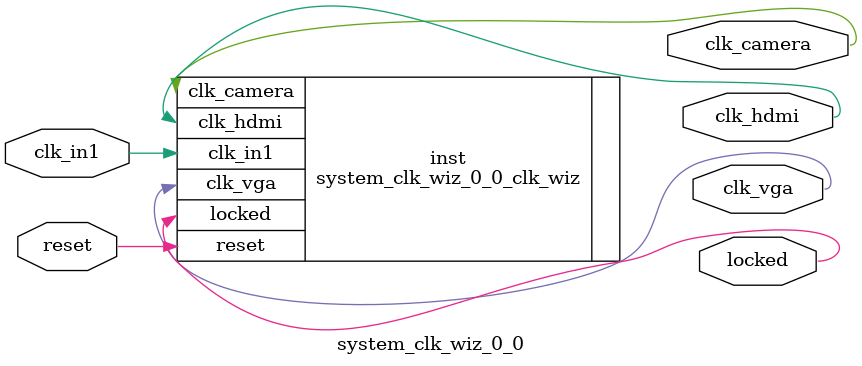
<source format=v>


`timescale 1ps/1ps

(* CORE_GENERATION_INFO = "system_clk_wiz_0_0,clk_wiz_v6_0_6_0_0,{component_name=system_clk_wiz_0_0,use_phase_alignment=true,use_min_o_jitter=false,use_max_i_jitter=false,use_dyn_phase_shift=false,use_inclk_switchover=false,use_dyn_reconfig=false,enable_axi=0,feedback_source=FDBK_AUTO,PRIMITIVE=MMCM,num_out_clk=3,clkin1_period=10.000,clkin2_period=10.000,use_power_down=false,use_reset=true,use_locked=true,use_inclk_stopped=false,feedback_type=SINGLE,CLOCK_MGR_TYPE=NA,manual_override=false}" *)

module system_clk_wiz_0_0 
 (
  // Clock out ports
  output        clk_vga,
  output        clk_camera,
  output        clk_hdmi,
  // Status and control signals
  input         reset,
  output        locked,
 // Clock in ports
  input         clk_in1
 );

  system_clk_wiz_0_0_clk_wiz inst
  (
  // Clock out ports  
  .clk_vga(clk_vga),
  .clk_camera(clk_camera),
  .clk_hdmi(clk_hdmi),
  // Status and control signals               
  .reset(reset), 
  .locked(locked),
 // Clock in ports
  .clk_in1(clk_in1)
  );

endmodule

</source>
